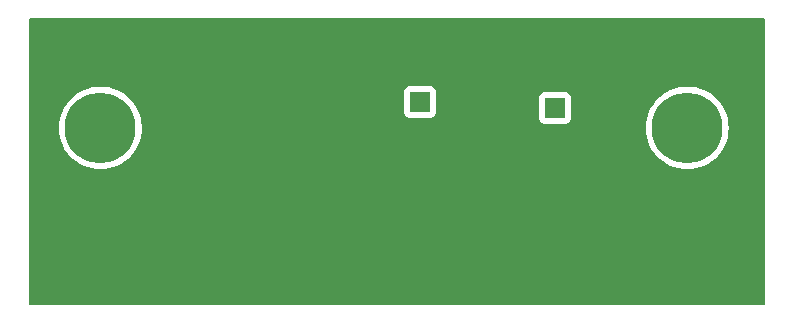
<source format=gbl>
%TF.GenerationSoftware,KiCad,Pcbnew,7.0.1*%
%TF.CreationDate,2023-08-29T01:03:56-07:00*%
%TF.ProjectId,Current Sense Standalone,43757272-656e-4742-9053-656e73652053,rev?*%
%TF.SameCoordinates,Original*%
%TF.FileFunction,Copper,L2,Bot*%
%TF.FilePolarity,Positive*%
%FSLAX46Y46*%
G04 Gerber Fmt 4.6, Leading zero omitted, Abs format (unit mm)*
G04 Created by KiCad (PCBNEW 7.0.1) date 2023-08-29 01:03:56*
%MOMM*%
%LPD*%
G01*
G04 APERTURE LIST*
G04 Aperture macros list*
%AMRoundRect*
0 Rectangle with rounded corners*
0 $1 Rounding radius*
0 $2 $3 $4 $5 $6 $7 $8 $9 X,Y pos of 4 corners*
0 Add a 4 corners polygon primitive as box body*
4,1,4,$2,$3,$4,$5,$6,$7,$8,$9,$2,$3,0*
0 Add four circle primitives for the rounded corners*
1,1,$1+$1,$2,$3*
1,1,$1+$1,$4,$5*
1,1,$1+$1,$6,$7*
1,1,$1+$1,$8,$9*
0 Add four rect primitives between the rounded corners*
20,1,$1+$1,$2,$3,$4,$5,0*
20,1,$1+$1,$4,$5,$6,$7,0*
20,1,$1+$1,$6,$7,$8,$9,0*
20,1,$1+$1,$8,$9,$2,$3,0*%
G04 Aperture macros list end*
%TA.AperFunction,ComponentPad*%
%ADD10RoundRect,1.500000X1.500000X-1.500000X1.500000X1.500000X-1.500000X1.500000X-1.500000X-1.500000X0*%
%TD*%
%TA.AperFunction,ComponentPad*%
%ADD11C,6.000000*%
%TD*%
%TA.AperFunction,ComponentPad*%
%ADD12R,1.700000X1.700000*%
%TD*%
%TA.AperFunction,ComponentPad*%
%ADD13O,1.700000X1.700000*%
%TD*%
G04 APERTURE END LIST*
D10*
X68344045Y-29210000D03*
D11*
X68344045Y-22010000D03*
D12*
X45720000Y-19812000D03*
D13*
X48260000Y-19812000D03*
D10*
X18650936Y-29210000D03*
D11*
X18650936Y-22010000D03*
D12*
X57150000Y-20320000D03*
D13*
X59690000Y-20320000D03*
%TA.AperFunction,Conductor*%
G36*
X74867500Y-12717113D02*
G01*
X74912887Y-12762500D01*
X74929500Y-12824500D01*
X74929500Y-36901978D01*
X74912887Y-36963978D01*
X74867500Y-37009365D01*
X74805500Y-37025978D01*
X12730653Y-37025978D01*
X12668653Y-37009365D01*
X12623266Y-36963978D01*
X12606653Y-36901978D01*
X12606653Y-22010000D01*
X15145632Y-22010000D01*
X15164833Y-22376406D01*
X15222229Y-22738788D01*
X15317194Y-23093200D01*
X15448680Y-23435735D01*
X15615256Y-23762656D01*
X15815082Y-24070363D01*
X15930536Y-24212936D01*
X16045987Y-24355506D01*
X16305430Y-24614949D01*
X16495523Y-24768883D01*
X16590572Y-24845853D01*
X16898279Y-25045679D01*
X16898284Y-25045682D01*
X17225200Y-25212255D01*
X17567737Y-25343742D01*
X17922142Y-25438705D01*
X17922145Y-25438705D01*
X17922147Y-25438706D01*
X18284529Y-25496102D01*
X18334309Y-25498710D01*
X18650936Y-25515304D01*
X18982581Y-25497923D01*
X19017342Y-25496102D01*
X19379724Y-25438706D01*
X19379724Y-25438705D01*
X19379730Y-25438705D01*
X19734135Y-25343742D01*
X20076672Y-25212255D01*
X20403588Y-25045682D01*
X20711302Y-24845851D01*
X20996442Y-24614949D01*
X21255885Y-24355506D01*
X21486787Y-24070366D01*
X21686618Y-23762652D01*
X21853191Y-23435736D01*
X21984678Y-23093199D01*
X22079641Y-22738794D01*
X22137038Y-22376404D01*
X22156240Y-22010000D01*
X64838741Y-22010000D01*
X64857942Y-22376406D01*
X64915338Y-22738788D01*
X65010303Y-23093200D01*
X65141789Y-23435735D01*
X65308365Y-23762656D01*
X65508191Y-24070363D01*
X65623645Y-24212936D01*
X65739096Y-24355506D01*
X65998539Y-24614949D01*
X66188632Y-24768883D01*
X66283681Y-24845853D01*
X66591388Y-25045679D01*
X66591393Y-25045682D01*
X66918309Y-25212255D01*
X67260846Y-25343742D01*
X67615251Y-25438705D01*
X67615254Y-25438705D01*
X67615256Y-25438706D01*
X67977638Y-25496102D01*
X68029779Y-25498834D01*
X68344045Y-25515304D01*
X68677264Y-25497841D01*
X68710451Y-25496102D01*
X69072833Y-25438706D01*
X69072833Y-25438705D01*
X69072839Y-25438705D01*
X69427244Y-25343742D01*
X69769781Y-25212255D01*
X70096697Y-25045682D01*
X70404411Y-24845851D01*
X70689551Y-24614949D01*
X70948994Y-24355506D01*
X71179896Y-24070366D01*
X71379727Y-23762652D01*
X71546300Y-23435736D01*
X71677787Y-23093199D01*
X71772750Y-22738794D01*
X71830147Y-22376404D01*
X71849349Y-22010000D01*
X71830147Y-21643596D01*
X71825427Y-21613796D01*
X71772751Y-21281211D01*
X71772750Y-21281206D01*
X71677787Y-20926801D01*
X71546300Y-20584264D01*
X71379727Y-20257348D01*
X71379724Y-20257343D01*
X71179898Y-19949636D01*
X71102928Y-19854587D01*
X70948994Y-19664494D01*
X70689551Y-19405051D01*
X70470503Y-19227669D01*
X70404408Y-19174146D01*
X70096701Y-18974320D01*
X69769780Y-18807744D01*
X69427245Y-18676258D01*
X69072833Y-18581293D01*
X68710451Y-18523897D01*
X68360637Y-18505565D01*
X68344045Y-18504696D01*
X68344044Y-18504696D01*
X67977638Y-18523897D01*
X67615256Y-18581293D01*
X67260844Y-18676258D01*
X66918309Y-18807744D01*
X66591388Y-18974320D01*
X66283681Y-19174146D01*
X65998535Y-19405054D01*
X65739099Y-19664490D01*
X65508191Y-19949636D01*
X65308365Y-20257343D01*
X65141789Y-20584264D01*
X65010303Y-20926799D01*
X64915338Y-21281211D01*
X64857942Y-21643593D01*
X64838741Y-22010000D01*
X22156240Y-22010000D01*
X22137038Y-21643596D01*
X22132318Y-21613796D01*
X22079642Y-21281211D01*
X22079641Y-21281206D01*
X22062670Y-21217869D01*
X55799500Y-21217869D01*
X55805909Y-21277484D01*
X55807299Y-21281211D01*
X55856204Y-21412331D01*
X55942454Y-21527546D01*
X56057669Y-21613796D01*
X56192517Y-21664091D01*
X56252127Y-21670500D01*
X58047872Y-21670499D01*
X58107483Y-21664091D01*
X58242331Y-21613796D01*
X58357546Y-21527546D01*
X58443796Y-21412331D01*
X58494091Y-21277483D01*
X58500500Y-21217873D01*
X58500499Y-19422128D01*
X58494091Y-19362517D01*
X58443796Y-19227669D01*
X58357546Y-19112454D01*
X58242331Y-19026204D01*
X58107483Y-18975909D01*
X58047873Y-18969500D01*
X58047869Y-18969500D01*
X56252130Y-18969500D01*
X56192515Y-18975909D01*
X56057669Y-19026204D01*
X55942454Y-19112454D01*
X55856204Y-19227668D01*
X55805909Y-19362516D01*
X55799500Y-19422130D01*
X55799500Y-21217869D01*
X22062670Y-21217869D01*
X21984678Y-20926801D01*
X21901406Y-20709869D01*
X44369500Y-20709869D01*
X44375909Y-20769483D01*
X44426204Y-20904331D01*
X44512454Y-21019546D01*
X44627669Y-21105796D01*
X44762517Y-21156091D01*
X44822127Y-21162500D01*
X46617872Y-21162499D01*
X46677483Y-21156091D01*
X46812331Y-21105796D01*
X46927546Y-21019546D01*
X47013796Y-20904331D01*
X47064091Y-20769483D01*
X47070500Y-20709873D01*
X47070499Y-18914128D01*
X47064091Y-18854517D01*
X47013796Y-18719669D01*
X46927546Y-18604454D01*
X46812331Y-18518204D01*
X46677483Y-18467909D01*
X46617873Y-18461500D01*
X46617869Y-18461500D01*
X44822130Y-18461500D01*
X44762515Y-18467909D01*
X44627669Y-18518204D01*
X44512454Y-18604454D01*
X44426204Y-18719668D01*
X44375909Y-18854516D01*
X44369500Y-18914130D01*
X44369500Y-20709869D01*
X21901406Y-20709869D01*
X21853191Y-20584264D01*
X21686618Y-20257348D01*
X21686615Y-20257343D01*
X21486789Y-19949636D01*
X21409819Y-19854587D01*
X21255885Y-19664494D01*
X20996442Y-19405051D01*
X20777394Y-19227669D01*
X20711299Y-19174146D01*
X20403592Y-18974320D01*
X20076671Y-18807744D01*
X19734136Y-18676258D01*
X19379724Y-18581293D01*
X19017342Y-18523897D01*
X18667528Y-18505565D01*
X18650936Y-18504696D01*
X18650935Y-18504696D01*
X18284529Y-18523897D01*
X17922147Y-18581293D01*
X17567735Y-18676258D01*
X17225200Y-18807744D01*
X16898279Y-18974320D01*
X16590572Y-19174146D01*
X16305426Y-19405054D01*
X16045990Y-19664490D01*
X15815082Y-19949636D01*
X15615256Y-20257343D01*
X15448680Y-20584264D01*
X15317194Y-20926799D01*
X15222229Y-21281211D01*
X15164833Y-21643593D01*
X15145632Y-22010000D01*
X12606653Y-22010000D01*
X12606653Y-12824500D01*
X12623266Y-12762500D01*
X12668653Y-12717113D01*
X12730653Y-12700500D01*
X74805500Y-12700500D01*
X74867500Y-12717113D01*
G37*
%TD.AperFunction*%
M02*

</source>
